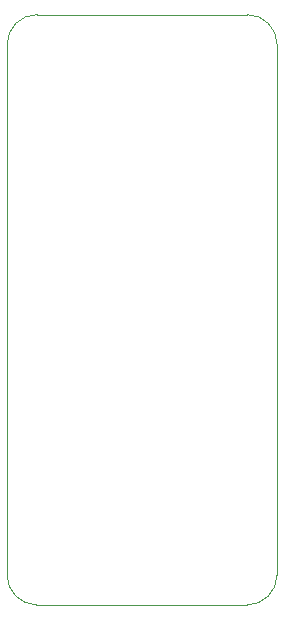
<source format=gbr>
G04 #@! TF.GenerationSoftware,KiCad,Pcbnew,(5.1.2)-1*
G04 #@! TF.CreationDate,2019-07-17T11:01:52+10:00*
G04 #@! TF.ProjectId,led-wing,6c65642d-7769-46e6-972e-6b696361645f,0*
G04 #@! TF.SameCoordinates,Original*
G04 #@! TF.FileFunction,Profile,NP*
%FSLAX46Y46*%
G04 Gerber Fmt 4.6, Leading zero omitted, Abs format (unit mm)*
G04 Created by KiCad (PCBNEW (5.1.2)-1) date 2019-07-17 11:01:52*
%MOMM*%
%LPD*%
G04 APERTURE LIST*
%ADD10C,0.050000*%
G04 APERTURE END LIST*
D10*
X122355000Y-76405000D02*
G75*
G03X119815000Y-73865000I-2540000J0D01*
G01*
X102035000Y-73865000D02*
G75*
G03X99495000Y-76405000I0J-2540000D01*
G01*
X101986238Y-123851732D02*
G75*
G02X99495000Y-121312200I48762J2539532D01*
G01*
X119815000Y-123852200D02*
G75*
G03X122355000Y-121312200I0J2540000D01*
G01*
X119815000Y-73865000D02*
X102035000Y-73865000D01*
X99495000Y-76405000D02*
X99495000Y-121312200D01*
X101986238Y-123851732D02*
X119815000Y-123852200D01*
X122355000Y-121312200D02*
X122355000Y-76405000D01*
M02*

</source>
